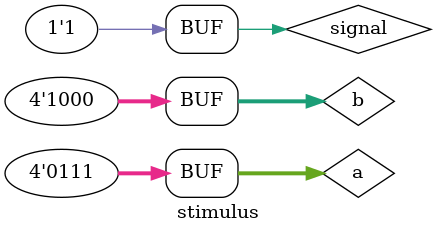
<source format=v>
module stimulus;

	reg[3:0] a,b;
	reg signal;
	wire[3:0] sum;
	wire cout;
	adder_subtractor myadder(a,b,sum,carry,signal);
	
	initial 
	begin
	$monitor($time, "a = %b b = %b signal = %b sum = %b carry = %b", a,b,signal,sum, carry);
	#0 a = 4'd0;	b = 4'd4;	signal = 1'b0;
	#5 a = 4'd4;	b = 4'd5;	signal = 1'b0;
	#5 a = 4'd10;	b = 4'd5;	signal = 1'b1;
	#5 a = 4'd7;	b = 4'd6;	signal = 1'b1;
	#5 a = 4'd3;	b = 4'd4;	signal = 1'b1;
	#5 a = 4'd7;	b = 4'd8;	signal = 1'b1;
	
	end
endmodule
</source>
